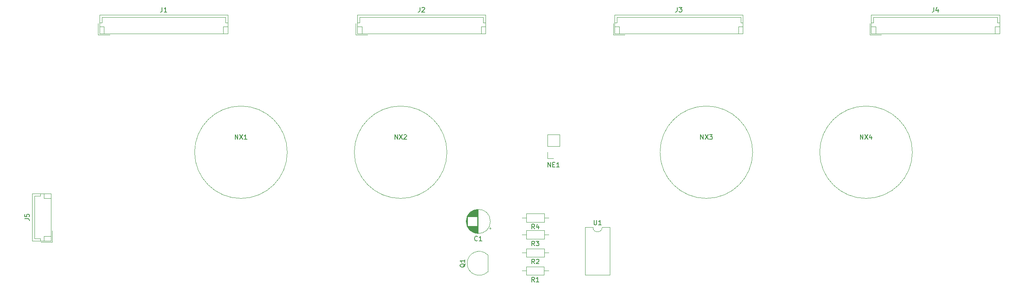
<source format=gbr>
%TF.GenerationSoftware,KiCad,Pcbnew,5.1.9+dfsg1-1+deb11u1*%
%TF.CreationDate,2023-02-01T01:12:41+08:00*%
%TF.ProjectId,QS27_1,51533237-5f31-42e6-9b69-6361645f7063,v1.0*%
%TF.SameCoordinates,Original*%
%TF.FileFunction,Legend,Top*%
%TF.FilePolarity,Positive*%
%FSLAX46Y46*%
G04 Gerber Fmt 4.6, Leading zero omitted, Abs format (unit mm)*
G04 Created by KiCad (PCBNEW 5.1.9+dfsg1-1+deb11u1) date 2023-02-01 01:12:41*
%MOMM*%
%LPD*%
G01*
G04 APERTURE LIST*
%ADD10C,0.120000*%
%ADD11C,0.150000*%
G04 APERTURE END LIST*
D10*
%TO.C,U1*%
X217910000Y-170620000D02*
X216260000Y-170620000D01*
X216260000Y-170620000D02*
X216260000Y-180900000D01*
X216260000Y-180900000D02*
X221560000Y-180900000D01*
X221560000Y-180900000D02*
X221560000Y-170620000D01*
X221560000Y-170620000D02*
X219910000Y-170620000D01*
X219910000Y-170620000D02*
G75*
G02*
X217910000Y-170620000I-1000000J0D01*
G01*
%TO.C,R4*%
X207410000Y-169520000D02*
X207410000Y-167680000D01*
X207410000Y-167680000D02*
X203570000Y-167680000D01*
X203570000Y-167680000D02*
X203570000Y-169520000D01*
X203570000Y-169520000D02*
X207410000Y-169520000D01*
X208360000Y-168600000D02*
X207410000Y-168600000D01*
X202620000Y-168600000D02*
X203570000Y-168600000D01*
%TO.C,R3*%
X207410000Y-173170000D02*
X207410000Y-171330000D01*
X207410000Y-171330000D02*
X203570000Y-171330000D01*
X203570000Y-171330000D02*
X203570000Y-173170000D01*
X203570000Y-173170000D02*
X207410000Y-173170000D01*
X208360000Y-172250000D02*
X207410000Y-172250000D01*
X202620000Y-172250000D02*
X203570000Y-172250000D01*
%TO.C,R2*%
X207410000Y-177070000D02*
X207410000Y-175230000D01*
X207410000Y-175230000D02*
X203570000Y-175230000D01*
X203570000Y-175230000D02*
X203570000Y-177070000D01*
X203570000Y-177070000D02*
X207410000Y-177070000D01*
X208360000Y-176150000D02*
X207410000Y-176150000D01*
X202620000Y-176150000D02*
X203570000Y-176150000D01*
%TO.C,R1*%
X207380000Y-180970000D02*
X207380000Y-179130000D01*
X207380000Y-179130000D02*
X203540000Y-179130000D01*
X203540000Y-179130000D02*
X203540000Y-180970000D01*
X203540000Y-180970000D02*
X207380000Y-180970000D01*
X208330000Y-180050000D02*
X207380000Y-180050000D01*
X202590000Y-180050000D02*
X203540000Y-180050000D01*
%TO.C,Q1*%
X195200000Y-180230000D02*
X195200000Y-176630000D01*
X195188478Y-180268478D02*
G75*
G02*
X190750000Y-178430000I-1838478J1838478D01*
G01*
X195188478Y-176591522D02*
G75*
G03*
X190750000Y-178430000I-1838478J-1838478D01*
G01*
%TO.C,NX4*%
X286875000Y-154375000D02*
G75*
G03*
X286875000Y-154375000I-10000000J0D01*
G01*
%TO.C,NX3*%
X252400000Y-154375000D02*
G75*
G03*
X252400000Y-154375000I-10000000J0D01*
G01*
%TO.C,NX2*%
X186400000Y-154375000D02*
G75*
G03*
X186400000Y-154375000I-10000000J0D01*
G01*
%TO.C,NX1*%
X151925000Y-154375000D02*
G75*
G03*
X151925000Y-154375000I-10000000J0D01*
G01*
%TO.C,NE1*%
X209400000Y-155705000D02*
X208070000Y-155705000D01*
X208070000Y-155705000D02*
X208070000Y-154375000D01*
X208070000Y-153105000D02*
X208070000Y-150505000D01*
X210730000Y-150505000D02*
X208070000Y-150505000D01*
X210730000Y-153105000D02*
X210730000Y-150505000D01*
X210730000Y-153105000D02*
X208070000Y-153105000D01*
%TO.C,J5*%
X101210000Y-173860000D02*
X101210000Y-171360000D01*
X98710000Y-173860000D02*
X101210000Y-173860000D01*
X99410000Y-164340000D02*
X100910000Y-164340000D01*
X99410000Y-163340000D02*
X99410000Y-164340000D01*
X99410000Y-172560000D02*
X100910000Y-172560000D01*
X99410000Y-173560000D02*
X99410000Y-172560000D01*
X98600000Y-163840000D02*
X98600000Y-163340000D01*
X97390000Y-163840000D02*
X98600000Y-163840000D01*
X97390000Y-173060000D02*
X97390000Y-163840000D01*
X98600000Y-173060000D02*
X97390000Y-173060000D01*
X98600000Y-173560000D02*
X98600000Y-173060000D01*
X96890000Y-163340000D02*
X96890000Y-173560000D01*
X100910000Y-163340000D02*
X96890000Y-163340000D01*
X100910000Y-173560000D02*
X100910000Y-163340000D01*
X96890000Y-173560000D02*
X100910000Y-173560000D01*
%TO.C,J4*%
X277690000Y-128960000D02*
X280190000Y-128960000D01*
X277690000Y-126460000D02*
X277690000Y-128960000D01*
X304710000Y-127160000D02*
X304710000Y-128660000D01*
X305710000Y-127160000D02*
X304710000Y-127160000D01*
X278990000Y-127160000D02*
X278990000Y-128660000D01*
X277990000Y-127160000D02*
X278990000Y-127160000D01*
X305210000Y-126350000D02*
X305710000Y-126350000D01*
X305210000Y-125140000D02*
X305210000Y-126350000D01*
X278490000Y-125140000D02*
X305210000Y-125140000D01*
X278490000Y-126350000D02*
X278490000Y-125140000D01*
X277990000Y-126350000D02*
X278490000Y-126350000D01*
X305710000Y-124640000D02*
X277990000Y-124640000D01*
X305710000Y-128660000D02*
X305710000Y-124640000D01*
X277990000Y-128660000D02*
X305710000Y-128660000D01*
X277990000Y-124640000D02*
X277990000Y-128660000D01*
%TO.C,J3*%
X222290000Y-128960000D02*
X224790000Y-128960000D01*
X222290000Y-126460000D02*
X222290000Y-128960000D01*
X249310000Y-127160000D02*
X249310000Y-128660000D01*
X250310000Y-127160000D02*
X249310000Y-127160000D01*
X223590000Y-127160000D02*
X223590000Y-128660000D01*
X222590000Y-127160000D02*
X223590000Y-127160000D01*
X249810000Y-126350000D02*
X250310000Y-126350000D01*
X249810000Y-125140000D02*
X249810000Y-126350000D01*
X223090000Y-125140000D02*
X249810000Y-125140000D01*
X223090000Y-126350000D02*
X223090000Y-125140000D01*
X222590000Y-126350000D02*
X223090000Y-126350000D01*
X250310000Y-124640000D02*
X222590000Y-124640000D01*
X250310000Y-128660000D02*
X250310000Y-124640000D01*
X222590000Y-128660000D02*
X250310000Y-128660000D01*
X222590000Y-124640000D02*
X222590000Y-128660000D01*
%TO.C,J2*%
X166740000Y-128960000D02*
X169240000Y-128960000D01*
X166740000Y-126460000D02*
X166740000Y-128960000D01*
X193760000Y-127160000D02*
X193760000Y-128660000D01*
X194760000Y-127160000D02*
X193760000Y-127160000D01*
X168040000Y-127160000D02*
X168040000Y-128660000D01*
X167040000Y-127160000D02*
X168040000Y-127160000D01*
X194260000Y-126350000D02*
X194760000Y-126350000D01*
X194260000Y-125140000D02*
X194260000Y-126350000D01*
X167540000Y-125140000D02*
X194260000Y-125140000D01*
X167540000Y-126350000D02*
X167540000Y-125140000D01*
X167040000Y-126350000D02*
X167540000Y-126350000D01*
X194760000Y-124640000D02*
X167040000Y-124640000D01*
X194760000Y-128660000D02*
X194760000Y-124640000D01*
X167040000Y-128660000D02*
X194760000Y-128660000D01*
X167040000Y-124640000D02*
X167040000Y-128660000D01*
%TO.C,J1*%
X111090000Y-128960000D02*
X113590000Y-128960000D01*
X111090000Y-126460000D02*
X111090000Y-128960000D01*
X138110000Y-127160000D02*
X138110000Y-128660000D01*
X139110000Y-127160000D02*
X138110000Y-127160000D01*
X112390000Y-127160000D02*
X112390000Y-128660000D01*
X111390000Y-127160000D02*
X112390000Y-127160000D01*
X138610000Y-126350000D02*
X139110000Y-126350000D01*
X138610000Y-125140000D02*
X138610000Y-126350000D01*
X111890000Y-125140000D02*
X138610000Y-125140000D01*
X111890000Y-126350000D02*
X111890000Y-125140000D01*
X111390000Y-126350000D02*
X111890000Y-126350000D01*
X139110000Y-124640000D02*
X111390000Y-124640000D01*
X139110000Y-128660000D02*
X139110000Y-124640000D01*
X111390000Y-128660000D02*
X139110000Y-128660000D01*
X111390000Y-124640000D02*
X111390000Y-128660000D01*
%TO.C,C1*%
X195770000Y-169350000D02*
G75*
G03*
X195770000Y-169350000I-2620000J0D01*
G01*
X193150000Y-171930000D02*
X193150000Y-166770000D01*
X193110000Y-171930000D02*
X193110000Y-166770000D01*
X193070000Y-171929000D02*
X193070000Y-166771000D01*
X193030000Y-171928000D02*
X193030000Y-166772000D01*
X192990000Y-171926000D02*
X192990000Y-166774000D01*
X192950000Y-171923000D02*
X192950000Y-166777000D01*
X192910000Y-171919000D02*
X192910000Y-170390000D01*
X192910000Y-168310000D02*
X192910000Y-166781000D01*
X192870000Y-171915000D02*
X192870000Y-170390000D01*
X192870000Y-168310000D02*
X192870000Y-166785000D01*
X192830000Y-171911000D02*
X192830000Y-170390000D01*
X192830000Y-168310000D02*
X192830000Y-166789000D01*
X192790000Y-171906000D02*
X192790000Y-170390000D01*
X192790000Y-168310000D02*
X192790000Y-166794000D01*
X192750000Y-171900000D02*
X192750000Y-170390000D01*
X192750000Y-168310000D02*
X192750000Y-166800000D01*
X192710000Y-171893000D02*
X192710000Y-170390000D01*
X192710000Y-168310000D02*
X192710000Y-166807000D01*
X192670000Y-171886000D02*
X192670000Y-170390000D01*
X192670000Y-168310000D02*
X192670000Y-166814000D01*
X192630000Y-171878000D02*
X192630000Y-170390000D01*
X192630000Y-168310000D02*
X192630000Y-166822000D01*
X192590000Y-171870000D02*
X192590000Y-170390000D01*
X192590000Y-168310000D02*
X192590000Y-166830000D01*
X192550000Y-171861000D02*
X192550000Y-170390000D01*
X192550000Y-168310000D02*
X192550000Y-166839000D01*
X192510000Y-171851000D02*
X192510000Y-170390000D01*
X192510000Y-168310000D02*
X192510000Y-166849000D01*
X192470000Y-171841000D02*
X192470000Y-170390000D01*
X192470000Y-168310000D02*
X192470000Y-166859000D01*
X192429000Y-171830000D02*
X192429000Y-170390000D01*
X192429000Y-168310000D02*
X192429000Y-166870000D01*
X192389000Y-171818000D02*
X192389000Y-170390000D01*
X192389000Y-168310000D02*
X192389000Y-166882000D01*
X192349000Y-171805000D02*
X192349000Y-170390000D01*
X192349000Y-168310000D02*
X192349000Y-166895000D01*
X192309000Y-171792000D02*
X192309000Y-170390000D01*
X192309000Y-168310000D02*
X192309000Y-166908000D01*
X192269000Y-171778000D02*
X192269000Y-170390000D01*
X192269000Y-168310000D02*
X192269000Y-166922000D01*
X192229000Y-171764000D02*
X192229000Y-170390000D01*
X192229000Y-168310000D02*
X192229000Y-166936000D01*
X192189000Y-171748000D02*
X192189000Y-170390000D01*
X192189000Y-168310000D02*
X192189000Y-166952000D01*
X192149000Y-171732000D02*
X192149000Y-170390000D01*
X192149000Y-168310000D02*
X192149000Y-166968000D01*
X192109000Y-171715000D02*
X192109000Y-170390000D01*
X192109000Y-168310000D02*
X192109000Y-166985000D01*
X192069000Y-171698000D02*
X192069000Y-170390000D01*
X192069000Y-168310000D02*
X192069000Y-167002000D01*
X192029000Y-171679000D02*
X192029000Y-170390000D01*
X192029000Y-168310000D02*
X192029000Y-167021000D01*
X191989000Y-171660000D02*
X191989000Y-170390000D01*
X191989000Y-168310000D02*
X191989000Y-167040000D01*
X191949000Y-171640000D02*
X191949000Y-170390000D01*
X191949000Y-168310000D02*
X191949000Y-167060000D01*
X191909000Y-171618000D02*
X191909000Y-170390000D01*
X191909000Y-168310000D02*
X191909000Y-167082000D01*
X191869000Y-171597000D02*
X191869000Y-170390000D01*
X191869000Y-168310000D02*
X191869000Y-167103000D01*
X191829000Y-171574000D02*
X191829000Y-170390000D01*
X191829000Y-168310000D02*
X191829000Y-167126000D01*
X191789000Y-171550000D02*
X191789000Y-170390000D01*
X191789000Y-168310000D02*
X191789000Y-167150000D01*
X191749000Y-171525000D02*
X191749000Y-170390000D01*
X191749000Y-168310000D02*
X191749000Y-167175000D01*
X191709000Y-171499000D02*
X191709000Y-170390000D01*
X191709000Y-168310000D02*
X191709000Y-167201000D01*
X191669000Y-171472000D02*
X191669000Y-170390000D01*
X191669000Y-168310000D02*
X191669000Y-167228000D01*
X191629000Y-171445000D02*
X191629000Y-170390000D01*
X191629000Y-168310000D02*
X191629000Y-167255000D01*
X191589000Y-171415000D02*
X191589000Y-170390000D01*
X191589000Y-168310000D02*
X191589000Y-167285000D01*
X191549000Y-171385000D02*
X191549000Y-170390000D01*
X191549000Y-168310000D02*
X191549000Y-167315000D01*
X191509000Y-171354000D02*
X191509000Y-170390000D01*
X191509000Y-168310000D02*
X191509000Y-167346000D01*
X191469000Y-171321000D02*
X191469000Y-170390000D01*
X191469000Y-168310000D02*
X191469000Y-167379000D01*
X191429000Y-171287000D02*
X191429000Y-170390000D01*
X191429000Y-168310000D02*
X191429000Y-167413000D01*
X191389000Y-171251000D02*
X191389000Y-170390000D01*
X191389000Y-168310000D02*
X191389000Y-167449000D01*
X191349000Y-171214000D02*
X191349000Y-170390000D01*
X191349000Y-168310000D02*
X191349000Y-167486000D01*
X191309000Y-171176000D02*
X191309000Y-170390000D01*
X191309000Y-168310000D02*
X191309000Y-167524000D01*
X191269000Y-171135000D02*
X191269000Y-170390000D01*
X191269000Y-168310000D02*
X191269000Y-167565000D01*
X191229000Y-171093000D02*
X191229000Y-170390000D01*
X191229000Y-168310000D02*
X191229000Y-167607000D01*
X191189000Y-171049000D02*
X191189000Y-170390000D01*
X191189000Y-168310000D02*
X191189000Y-167651000D01*
X191149000Y-171003000D02*
X191149000Y-170390000D01*
X191149000Y-168310000D02*
X191149000Y-167697000D01*
X191109000Y-170955000D02*
X191109000Y-170390000D01*
X191109000Y-168310000D02*
X191109000Y-167745000D01*
X191069000Y-170904000D02*
X191069000Y-170390000D01*
X191069000Y-168310000D02*
X191069000Y-167796000D01*
X191029000Y-170850000D02*
X191029000Y-170390000D01*
X191029000Y-168310000D02*
X191029000Y-167850000D01*
X190989000Y-170793000D02*
X190989000Y-170390000D01*
X190989000Y-168310000D02*
X190989000Y-167907000D01*
X190949000Y-170733000D02*
X190949000Y-170390000D01*
X190949000Y-168310000D02*
X190949000Y-167967000D01*
X190909000Y-170669000D02*
X190909000Y-170390000D01*
X190909000Y-168310000D02*
X190909000Y-168031000D01*
X190869000Y-170601000D02*
X190869000Y-170390000D01*
X190869000Y-168310000D02*
X190869000Y-168099000D01*
X190829000Y-170528000D02*
X190829000Y-168172000D01*
X190789000Y-170448000D02*
X190789000Y-168252000D01*
X190749000Y-170361000D02*
X190749000Y-168339000D01*
X190709000Y-170265000D02*
X190709000Y-168435000D01*
X190669000Y-170155000D02*
X190669000Y-168545000D01*
X190629000Y-170027000D02*
X190629000Y-168673000D01*
X190589000Y-169868000D02*
X190589000Y-168832000D01*
X190549000Y-169634000D02*
X190549000Y-169066000D01*
X195954775Y-170825000D02*
X195454775Y-170825000D01*
X195704775Y-171075000D02*
X195704775Y-170575000D01*
%TO.C,U1*%
D11*
X218148095Y-169072380D02*
X218148095Y-169881904D01*
X218195714Y-169977142D01*
X218243333Y-170024761D01*
X218338571Y-170072380D01*
X218529047Y-170072380D01*
X218624285Y-170024761D01*
X218671904Y-169977142D01*
X218719523Y-169881904D01*
X218719523Y-169072380D01*
X219719523Y-170072380D02*
X219148095Y-170072380D01*
X219433809Y-170072380D02*
X219433809Y-169072380D01*
X219338571Y-169215238D01*
X219243333Y-169310476D01*
X219148095Y-169358095D01*
%TO.C,R4*%
X205323333Y-170972380D02*
X204990000Y-170496190D01*
X204751904Y-170972380D02*
X204751904Y-169972380D01*
X205132857Y-169972380D01*
X205228095Y-170020000D01*
X205275714Y-170067619D01*
X205323333Y-170162857D01*
X205323333Y-170305714D01*
X205275714Y-170400952D01*
X205228095Y-170448571D01*
X205132857Y-170496190D01*
X204751904Y-170496190D01*
X206180476Y-170305714D02*
X206180476Y-170972380D01*
X205942380Y-169924761D02*
X205704285Y-170639047D01*
X206323333Y-170639047D01*
%TO.C,R3*%
X205323333Y-174622380D02*
X204990000Y-174146190D01*
X204751904Y-174622380D02*
X204751904Y-173622380D01*
X205132857Y-173622380D01*
X205228095Y-173670000D01*
X205275714Y-173717619D01*
X205323333Y-173812857D01*
X205323333Y-173955714D01*
X205275714Y-174050952D01*
X205228095Y-174098571D01*
X205132857Y-174146190D01*
X204751904Y-174146190D01*
X205656666Y-173622380D02*
X206275714Y-173622380D01*
X205942380Y-174003333D01*
X206085238Y-174003333D01*
X206180476Y-174050952D01*
X206228095Y-174098571D01*
X206275714Y-174193809D01*
X206275714Y-174431904D01*
X206228095Y-174527142D01*
X206180476Y-174574761D01*
X206085238Y-174622380D01*
X205799523Y-174622380D01*
X205704285Y-174574761D01*
X205656666Y-174527142D01*
%TO.C,R2*%
X205323333Y-178522380D02*
X204990000Y-178046190D01*
X204751904Y-178522380D02*
X204751904Y-177522380D01*
X205132857Y-177522380D01*
X205228095Y-177570000D01*
X205275714Y-177617619D01*
X205323333Y-177712857D01*
X205323333Y-177855714D01*
X205275714Y-177950952D01*
X205228095Y-177998571D01*
X205132857Y-178046190D01*
X204751904Y-178046190D01*
X205704285Y-177617619D02*
X205751904Y-177570000D01*
X205847142Y-177522380D01*
X206085238Y-177522380D01*
X206180476Y-177570000D01*
X206228095Y-177617619D01*
X206275714Y-177712857D01*
X206275714Y-177808095D01*
X206228095Y-177950952D01*
X205656666Y-178522380D01*
X206275714Y-178522380D01*
%TO.C,R1*%
X205293333Y-182422380D02*
X204960000Y-181946190D01*
X204721904Y-182422380D02*
X204721904Y-181422380D01*
X205102857Y-181422380D01*
X205198095Y-181470000D01*
X205245714Y-181517619D01*
X205293333Y-181612857D01*
X205293333Y-181755714D01*
X205245714Y-181850952D01*
X205198095Y-181898571D01*
X205102857Y-181946190D01*
X204721904Y-181946190D01*
X206245714Y-182422380D02*
X205674285Y-182422380D01*
X205960000Y-182422380D02*
X205960000Y-181422380D01*
X205864761Y-181565238D01*
X205769523Y-181660476D01*
X205674285Y-181708095D01*
%TO.C,Q1*%
X190337619Y-178525238D02*
X190290000Y-178620476D01*
X190194761Y-178715714D01*
X190051904Y-178858571D01*
X190004285Y-178953809D01*
X190004285Y-179049047D01*
X190242380Y-179001428D02*
X190194761Y-179096666D01*
X190099523Y-179191904D01*
X189909047Y-179239523D01*
X189575714Y-179239523D01*
X189385238Y-179191904D01*
X189290000Y-179096666D01*
X189242380Y-179001428D01*
X189242380Y-178810952D01*
X189290000Y-178715714D01*
X189385238Y-178620476D01*
X189575714Y-178572857D01*
X189909047Y-178572857D01*
X190099523Y-178620476D01*
X190194761Y-178715714D01*
X190242380Y-178810952D01*
X190242380Y-179001428D01*
X190242380Y-177620476D02*
X190242380Y-178191904D01*
X190242380Y-177906190D02*
X189242380Y-177906190D01*
X189385238Y-178001428D01*
X189480476Y-178096666D01*
X189528095Y-178191904D01*
%TO.C,NX4*%
X275636904Y-151576180D02*
X275636904Y-150576180D01*
X276208333Y-151576180D01*
X276208333Y-150576180D01*
X276589285Y-150576180D02*
X277255952Y-151576180D01*
X277255952Y-150576180D02*
X276589285Y-151576180D01*
X278065476Y-150909514D02*
X278065476Y-151576180D01*
X277827380Y-150528561D02*
X277589285Y-151242847D01*
X278208333Y-151242847D01*
%TO.C,NX3*%
X241161904Y-151576180D02*
X241161904Y-150576180D01*
X241733333Y-151576180D01*
X241733333Y-150576180D01*
X242114285Y-150576180D02*
X242780952Y-151576180D01*
X242780952Y-150576180D02*
X242114285Y-151576180D01*
X243066666Y-150576180D02*
X243685714Y-150576180D01*
X243352380Y-150957133D01*
X243495238Y-150957133D01*
X243590476Y-151004752D01*
X243638095Y-151052371D01*
X243685714Y-151147609D01*
X243685714Y-151385704D01*
X243638095Y-151480942D01*
X243590476Y-151528561D01*
X243495238Y-151576180D01*
X243209523Y-151576180D01*
X243114285Y-151528561D01*
X243066666Y-151480942D01*
%TO.C,NX2*%
X175161904Y-151576180D02*
X175161904Y-150576180D01*
X175733333Y-151576180D01*
X175733333Y-150576180D01*
X176114285Y-150576180D02*
X176780952Y-151576180D01*
X176780952Y-150576180D02*
X176114285Y-151576180D01*
X177114285Y-150671419D02*
X177161904Y-150623800D01*
X177257142Y-150576180D01*
X177495238Y-150576180D01*
X177590476Y-150623800D01*
X177638095Y-150671419D01*
X177685714Y-150766657D01*
X177685714Y-150861895D01*
X177638095Y-151004752D01*
X177066666Y-151576180D01*
X177685714Y-151576180D01*
%TO.C,NX1*%
X140686904Y-151576180D02*
X140686904Y-150576180D01*
X141258333Y-151576180D01*
X141258333Y-150576180D01*
X141639285Y-150576180D02*
X142305952Y-151576180D01*
X142305952Y-150576180D02*
X141639285Y-151576180D01*
X143210714Y-151576180D02*
X142639285Y-151576180D01*
X142925000Y-151576180D02*
X142925000Y-150576180D01*
X142829761Y-150719038D01*
X142734523Y-150814276D01*
X142639285Y-150861895D01*
%TO.C,NE1*%
X208185714Y-157597380D02*
X208185714Y-156597380D01*
X208757142Y-157597380D01*
X208757142Y-156597380D01*
X209233333Y-157073571D02*
X209566666Y-157073571D01*
X209709523Y-157597380D02*
X209233333Y-157597380D01*
X209233333Y-156597380D01*
X209709523Y-156597380D01*
X210661904Y-157597380D02*
X210090476Y-157597380D01*
X210376190Y-157597380D02*
X210376190Y-156597380D01*
X210280952Y-156740238D01*
X210185714Y-156835476D01*
X210090476Y-156883095D01*
%TO.C,J5*%
X95252380Y-168783333D02*
X95966666Y-168783333D01*
X96109523Y-168830952D01*
X96204761Y-168926190D01*
X96252380Y-169069047D01*
X96252380Y-169164285D01*
X95252380Y-167830952D02*
X95252380Y-168307142D01*
X95728571Y-168354761D01*
X95680952Y-168307142D01*
X95633333Y-168211904D01*
X95633333Y-167973809D01*
X95680952Y-167878571D01*
X95728571Y-167830952D01*
X95823809Y-167783333D01*
X96061904Y-167783333D01*
X96157142Y-167830952D01*
X96204761Y-167878571D01*
X96252380Y-167973809D01*
X96252380Y-168211904D01*
X96204761Y-168307142D01*
X96157142Y-168354761D01*
%TO.C,J4*%
X291516666Y-123002380D02*
X291516666Y-123716666D01*
X291469047Y-123859523D01*
X291373809Y-123954761D01*
X291230952Y-124002380D01*
X291135714Y-124002380D01*
X292421428Y-123335714D02*
X292421428Y-124002380D01*
X292183333Y-122954761D02*
X291945238Y-123669047D01*
X292564285Y-123669047D01*
%TO.C,J3*%
X236116666Y-123002380D02*
X236116666Y-123716666D01*
X236069047Y-123859523D01*
X235973809Y-123954761D01*
X235830952Y-124002380D01*
X235735714Y-124002380D01*
X236497619Y-123002380D02*
X237116666Y-123002380D01*
X236783333Y-123383333D01*
X236926190Y-123383333D01*
X237021428Y-123430952D01*
X237069047Y-123478571D01*
X237116666Y-123573809D01*
X237116666Y-123811904D01*
X237069047Y-123907142D01*
X237021428Y-123954761D01*
X236926190Y-124002380D01*
X236640476Y-124002380D01*
X236545238Y-123954761D01*
X236497619Y-123907142D01*
%TO.C,J2*%
X180566666Y-123002380D02*
X180566666Y-123716666D01*
X180519047Y-123859523D01*
X180423809Y-123954761D01*
X180280952Y-124002380D01*
X180185714Y-124002380D01*
X180995238Y-123097619D02*
X181042857Y-123050000D01*
X181138095Y-123002380D01*
X181376190Y-123002380D01*
X181471428Y-123050000D01*
X181519047Y-123097619D01*
X181566666Y-123192857D01*
X181566666Y-123288095D01*
X181519047Y-123430952D01*
X180947619Y-124002380D01*
X181566666Y-124002380D01*
%TO.C,J1*%
X124916666Y-123002380D02*
X124916666Y-123716666D01*
X124869047Y-123859523D01*
X124773809Y-123954761D01*
X124630952Y-124002380D01*
X124535714Y-124002380D01*
X125916666Y-124002380D02*
X125345238Y-124002380D01*
X125630952Y-124002380D02*
X125630952Y-123002380D01*
X125535714Y-123145238D01*
X125440476Y-123240476D01*
X125345238Y-123288095D01*
%TO.C,C1*%
X192983333Y-173457142D02*
X192935714Y-173504761D01*
X192792857Y-173552380D01*
X192697619Y-173552380D01*
X192554761Y-173504761D01*
X192459523Y-173409523D01*
X192411904Y-173314285D01*
X192364285Y-173123809D01*
X192364285Y-172980952D01*
X192411904Y-172790476D01*
X192459523Y-172695238D01*
X192554761Y-172600000D01*
X192697619Y-172552380D01*
X192792857Y-172552380D01*
X192935714Y-172600000D01*
X192983333Y-172647619D01*
X193935714Y-173552380D02*
X193364285Y-173552380D01*
X193650000Y-173552380D02*
X193650000Y-172552380D01*
X193554761Y-172695238D01*
X193459523Y-172790476D01*
X193364285Y-172838095D01*
%TD*%
M02*

</source>
